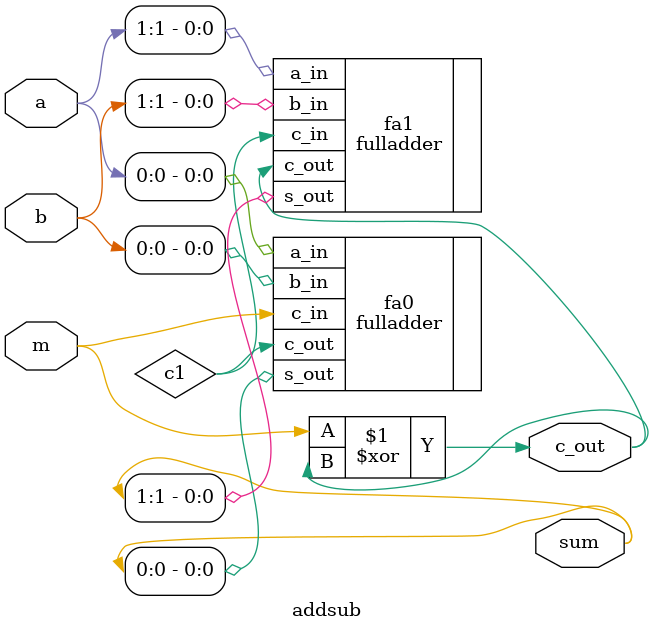
<source format=sv>
`timescale 1ns / 1ps


module addsub(
    input [1:0] a,
    input [1:0] b,
    input m,
    output c_out,
    output [1:0] sum
    );
    
    wire c1;
    
    fulladder fa0 (
    .a_in(a[0]),
    .b_in(b[0]),
    .c_in(m),
    .c_out(c1),
    .s_out(sum[0])  
    );
    
    fulladder fa1 (
    .a_in(a[1]),
    .b_in(b[1]),
    .c_in(c1),
    .c_out(c_out),
    .s_out(sum[1])  
    );
    
    assign c_out = m ^ c_out;
    
    
endmodule

</source>
